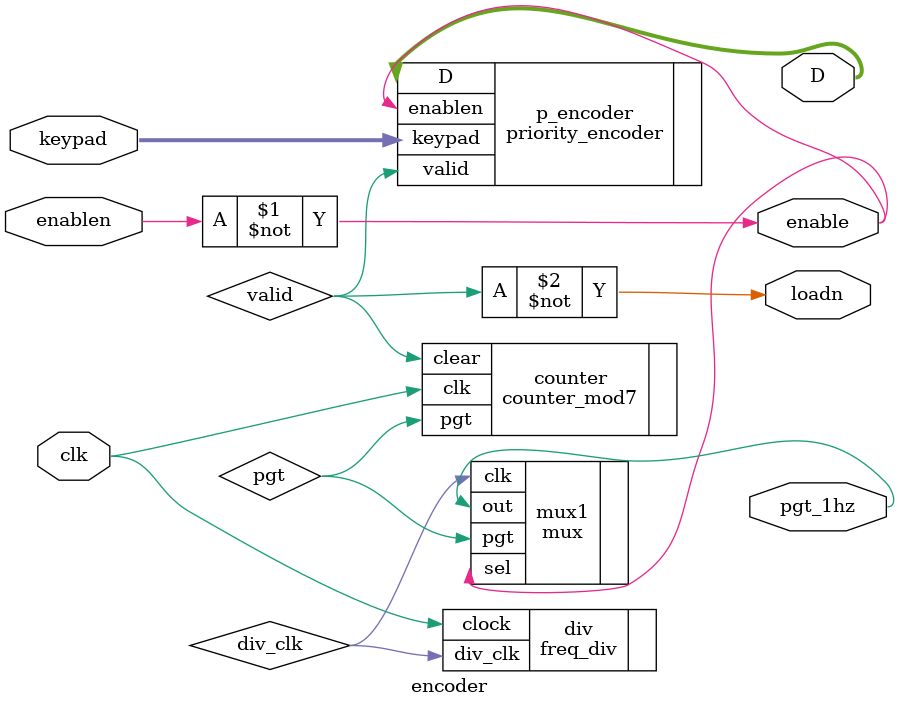
<source format=v>
module encoder(
    input [9:0] keypad,
    input clk, enablen,

    output wire [3:0] D,
    output wire pgt_1hz, loadn, enable
);
    assign enable = ~enablen;

    wire valid, div_clk, pgt;

    priority_encoder p_encoder (.keypad(keypad), .enablen(enable), .D(D), .valid(valid));

    freq_div div (.clock(clk), .div_clk(div_clk));

    counter_mod7 counter (.clk(clk), .clear(valid), .pgt(pgt));

    mux mux1 (.sel(enable), .pgt(pgt), .clk(div_clk), .out(pgt_1hz));

    assign loadn = ~valid;

endmodule
</source>
